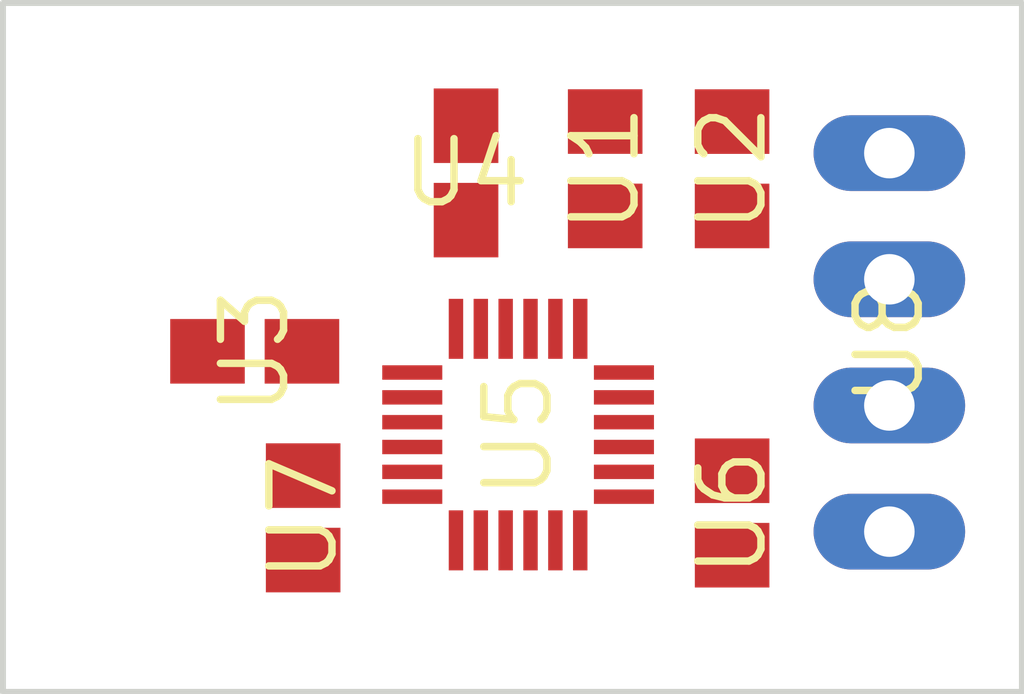
<source format=kicad_pcb>
(kicad_pcb (version 20221018) (generator pcbnew)
  (layers (0 "F.Cu" signal "Top") (31 "B.Cu" signal "Bottom") (34 "B.Paste" user) (35 "F.Paste" user) (36 "B.SilkS" user "B.Silkscreen") (37 "F.SilkS" user "F.Silkscreen") (38 "B.Mask" user) (39 "F.Mask" user) (44 "Edge.Cuts" user))
  (net 0 "")
  (net 1 "GND")
  (net 2 "VDD")
  (net 3 "/SDA")
  (net 4 "/SCL")
  (net 5 "Net-(R2-Pad1)")
  (net 6 "Net-(R1-Pad1)")
  (net 7 "Net-(U1-Pad14)")
  (net 8 "Net-(U1-Pad13)")
  (net 9 "Net-(U1-Pad12)")
  (net 10 "Net-(U1-Pad11)")
  (net 11 "Net-(U1-Pad10)")
  (net 12 "Net-(C1-Pad1)")
  (net 13 "Net-(C1-Pad2)")
  (net 14 "Net-(C2-Pad2)")
  (net 15 "Net-(U1-Pad1)")
  (footprint "imu:LGA-24" (layer "F.Cu") (at 148.614606 106.758438 -90)
    (fp_text reference "U5" (at 0 0 270) (layer "F.SilkS") (effects (font (size 1.27 1.27))))
    (fp_text value "" (at 0 0 270) (layer "F.SilkS") (effects (font (size 1.27 1.27))))
    (pad "1" smd rect (at -2.129 -1.25) (size 0.29 1.208) (layers "F.Cu" "F.Paste" "F.Mask") (net 15 "Net-(U1-Pad1)"))
    (pad "2" smd rect (at -2.129 -0.75) (size 0.29 1.208) (layers "F.Cu" "F.Paste" "F.Mask") (net 1 "GND"))
    (pad "3" smd rect (at -2.129 -0.25) (size 0.29 1.208) (layers "F.Cu" "F.Paste" "F.Mask") (net 1 "GND"))
    (pad "4" smd rect (at -2.129 0.25) (size 0.29 1.208) (layers "F.Cu" "F.Paste" "F.Mask") (net 1 "GND"))
    (pad "5" smd rect (at -2.129 0.75) (size 0.29 1.208) (layers "F.Cu" "F.Paste" "F.Mask") (net 1 "GND"))
    (pad "6" smd rect (at -2.129 1.25) (size 0.29 1.208) (layers "F.Cu" "F.Paste" "F.Mask") (net 1 "GND"))
    (pad "7" smd rect (at -1.25 2.129 90) (size 0.29 1.208) (layers "F.Cu" "F.Paste" "F.Mask") (net 14 "Net-(C2-Pad2)"))
    (pad "8" smd rect (at -0.75 2.129 90) (size 0.29 1.208) (layers "F.Cu" "F.Paste" "F.Mask") (net 13 "Net-(C1-Pad2)"))
    (pad "9" smd rect (at -0.25 2.129 90) (size 0.29 1.208) (layers "F.Cu" "F.Paste" "F.Mask") (net 12 "Net-(C1-Pad1)"))
    (pad "10" smd rect (at 0.25 2.129 90) (size 0.29 1.208) (layers "F.Cu" "F.Paste" "F.Mask") (net 11 "Net-(U1-Pad10)"))
    (pad "11" smd rect (at 0.75 2.129 90) (size 0.29 1.208) (layers "F.Cu" "F.Paste" "F.Mask") (net 10 "Net-(U1-Pad11)"))
    (pad "12" smd rect (at 1.25 2.129 90) (size 0.29 1.208) (layers "F.Cu" "F.Paste" "F.Mask") (net 9 "Net-(U1-Pad12)"))
    (pad "13" smd rect (at 2.129 1.25 180) (size 0.29 1.208) (layers "F.Cu" "F.Paste" "F.Mask") (net 8 "Net-(U1-Pad13)"))
    (pad "14" smd rect (at 2.129 0.75 180) (size 0.29 1.208) (layers "F.Cu" "F.Paste" "F.Mask") (net 7 "Net-(U1-Pad14)"))
    (pad "15" smd rect (at 2.129 0.25 180) (size 0.29 1.208) (layers "F.Cu" "F.Paste" "F.Mask") (net 2 "VDD"))
    (pad "16" smd rect (at 2.129 -0.25 180) (size 0.29 1.208) (layers "F.Cu" "F.Paste" "F.Mask") (net 2 "VDD"))
    (pad "17" smd rect (at 2.129 -0.75 180) (size 0.29 1.208) (layers "F.Cu" "F.Paste" "F.Mask") (net 2 "VDD"))
    (pad "18" smd rect (at 2.129 -1.25 180) (size 0.29 1.208) (layers "F.Cu" "F.Paste" "F.Mask") (net 2 "VDD"))
    (pad "19" smd rect (at 1.25 -2.129 270) (size 0.29 1.208) (layers "F.Cu" "F.Paste" "F.Mask") (net 6 "Net-(R1-Pad1)"))
    (pad "20" smd rect (at 0.75 -2.129 270) (size 0.29 1.208) (layers "F.Cu" "F.Paste" "F.Mask") (net 5 "Net-(R2-Pad1)"))
    (pad "21" smd rect (at 0.25 -2.129 270) (size 0.29 1.208) (layers "F.Cu" "F.Paste" "F.Mask") (net 4 "/SCL"))
    (pad "22" smd rect (at -0.25 -2.129 270) (size 0.29 1.208) (layers "F.Cu" "F.Paste" "F.Mask") (net 1 "GND"))
    (pad "23" smd rect (at -0.75 -2.129 270) (size 0.29 1.208) (layers "F.Cu" "F.Paste" "F.Mask") (net 1 "GND"))
    (pad "24" smd rect (at -1.25 -2.129 270) (size 0.29 1.208) (layers "F.Cu" "F.Paste" "F.Mask") (net 3 "/SDA"))
  )
  (footprint "imu:C0805" (layer "F.Cu") (at 150.36627 101.406218 90)
    (fp_text reference "U1" (at 0 0 270) (layer "F.SilkS") (effects (font (size 1.27 1.27))))
    (fp_text value "" (at 0 0 270) (layer "F.SilkS") (effects (font (size 1.27 1.27))))
    (pad "1" smd rect (at -0.95 0 270) (size 1.3 1.5) (layers "F.Cu" "F.Paste" "F.Mask") (net 2 "VDD"))
    (pad "2" smd rect (at 0.95 0 270) (size 1.3 1.5) (layers "F.Cu" "F.Paste" "F.Mask") (net 1 "GND"))
  )
  (footprint "imu:C0805" (layer "F.Cu") (at 152.919068 101.406992 90)
    (fp_text reference "U2" (at 0 0 270) (layer "F.SilkS") (effects (font (size 1.27 1.27))))
    (fp_text value "" (at 0 0 270) (layer "F.SilkS") (effects (font (size 1.27 1.27))))
    (pad "1" smd rect (at -0.95 0 270) (size 1.3 1.5) (layers "F.Cu" "F.Paste" "F.Mask") (net 2 "VDD"))
    (pad "2" smd rect (at 0.95 0 270) (size 1.3 1.5) (layers "F.Cu" "F.Paste" "F.Mask") (net 1 "GND"))
  )
  (footprint "imu:C0805" (layer "F.Cu") (at 143.316325 105.081516)
    (fp_text reference "U3" (at 0 0 90) (layer "F.SilkS") (effects (font (size 1.27 1.27))))
    (fp_text value "" (at 0 0 90) (layer "F.SilkS") (effects (font (size 1.27 1.27))))
    (pad "1" smd rect (at -0.95 0 90) (size 1.3 1.5) (layers "F.Cu" "F.Paste" "F.Mask") (net 12 "Net-(C1-Pad1)"))
    (pad "2" smd rect (at 0.95 0 90) (size 1.3 1.5) (layers "F.Cu" "F.Paste" "F.Mask") (net 13 "Net-(C1-Pad2)"))
  )
  (footprint "imu:C0805" (layer "F.Cu") (at 147.567288 101.490676 -90)
    (fp_text reference "U4" (at 0 0 180) (layer "F.SilkS") (effects (font (size 1.27 1.27))))
    (fp_text value "" (at 0 0 180) (layer "F.SilkS") (effects (font (size 1.27 1.27))))
    (pad "1" smd rect (at -0.95 0 180) (size 1.3 1.5) (layers "F.Cu" "F.Paste" "F.Mask") (net 1 "GND"))
    (pad "2" smd rect (at 0.95 0 180) (size 1.3 1.5) (layers "F.Cu" "F.Paste" "F.Mask") (net 14 "Net-(C2-Pad2)"))
  )
  (footprint "imu:R0805" (layer "F.Cu") (at 152.919984 108.33625 90)
    (fp_text reference "U6" (at 0 0 270) (layer "F.SilkS") (effects (font (size 1.27 1.27))))
    (fp_text value "" (at 0 0 270) (layer "F.SilkS") (effects (font (size 1.27 1.27))))
    (pad "1" smd rect (at -0.85 0 270) (size 1.3 1.5) (layers "F.Cu" "F.Paste" "F.Mask") (net 6 "Net-(R1-Pad1)"))
    (pad "2" smd rect (at 0.85 0 270) (size 1.3 1.5) (layers "F.Cu" "F.Paste" "F.Mask") (net 2 "VDD"))
  )
  (footprint "imu:R0805" (layer "F.Cu") (at 144.290464 108.434115 90)
    (fp_text reference "U7" (at 0 0 270) (layer "F.SilkS") (effects (font (size 1.27 1.27))))
    (fp_text value "" (at 0 0 270) (layer "F.SilkS") (effects (font (size 1.27 1.27))))
    (pad "1" smd rect (at -0.85 0 270) (size 1.3 1.5) (layers "F.Cu" "F.Paste" "F.Mask") (net 5 "Net-(R2-Pad1)"))
    (pad "2" smd rect (at 0.85 0 270) (size 1.3 1.5) (layers "F.Cu" "F.Paste" "F.Mask") (net 2 "VDD"))
  )
  (footprint "imu:MA04-1" (layer "F.Cu") (at 156.083 104.902 90)
    (fp_text reference "U8" (at 0 0 90) (layer "F.SilkS") (effects (font (size 1.27 1.27))))
    (fp_text value "" (at 0 0 90) (layer "F.SilkS") (effects (font (size 1.27 1.27))))
    (pad "1" thru_hole oval locked (at -3.81 0 180) (size 3.048 1.524) (drill 1.016) (layers *.Cu *.Mask) (net 2 "VDD"))
    (pad "2" thru_hole oval locked (at -1.27 0 180) (size 3.048 1.524) (drill 1.016) (layers *.Cu *.Mask) (net 4 "/SCL"))
    (pad "3" thru_hole oval locked (at 1.27 0 180) (size 3.048 1.524) (drill 1.016) (layers *.Cu *.Mask) (net 3 "/SDA"))
    (pad "4" thru_hole oval locked (at 3.81 0 180) (size 3.048 1.524) (drill 1.016) (layers *.Cu *.Mask) (net 1 "GND"))
  )
  (gr_line (start 138.2522 98.0694) (end 158.75 98.0694) (layer "Edge.Cuts") (width 0.12))
  (gr_line (start 158.75 98.0694) (end 158.75 111.9378) (layer "Edge.Cuts") (width 0.12))
  (gr_line (start 138.2522 111.9378) (end 138.2522 98.0694) (layer "Edge.Cuts") (width 0.12))
  (gr_line (start 158.75 111.9378) (end 138.2522 111.9378) (layer "Edge.Cuts") (width 0.12))
)
</source>
